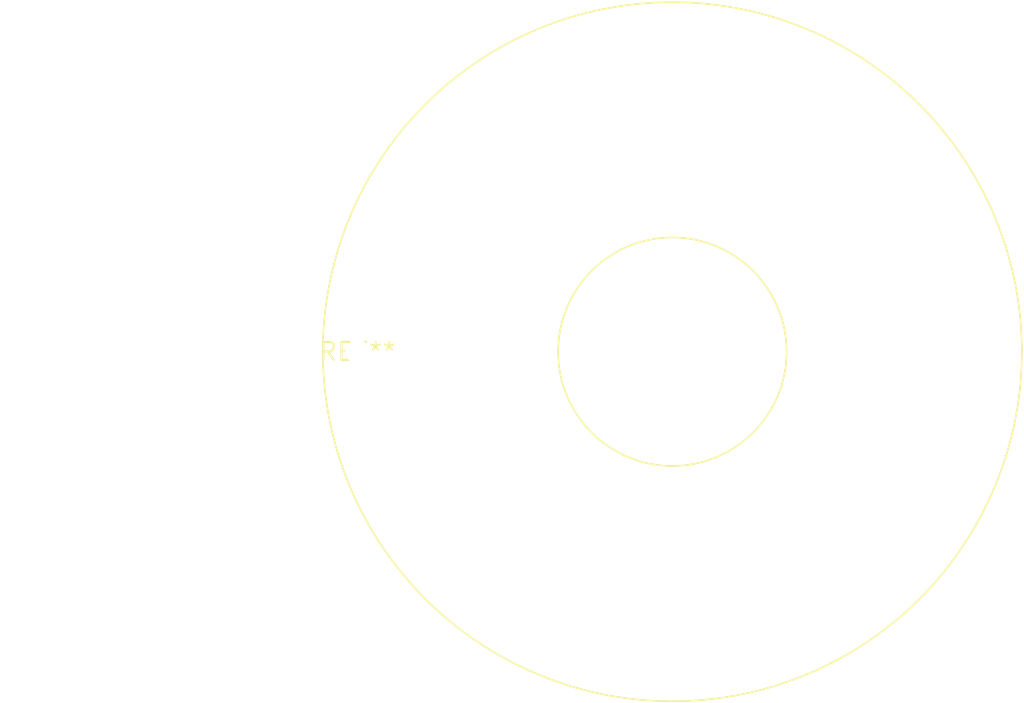
<source format=kicad_pcb>
(kicad_pcb (version 20240108) (generator pcbnew)
  (layers (0 "F.Cu" signal) (31 "B.Cu" signal) (34 "B.Paste" user) (35 "F.Paste" user) (36 "B.SilkS" user "B.Silkscreen") (37 "F.SilkS" user "F.Silkscreen") (38 "B.Mask" user) (39 "F.Mask" user) (44 "Edge.Cuts" user))
  (net 0 "")
  (footprint "L_Toroid_Horizontal_D49.3mm_P44.60mm_Vishay_TJ8" (layer "F.Cu") (at 0 0)
    (property "Reference" "REF**")
    (property "Value" "L_Toroid_Horizontal_D49.3mm_P44.60mm_Vishay_TJ8")
    (fp_circle (center 22.3 0) (end 30.396667 0) (layer "F.SilkS") (stroke (width 0.12)) (fill none))
    (fp_circle (center 22.3 0) (end 47.07 0) (layer "F.SilkS") (stroke (width 0.12)) (fill none))
    (pad "1" thru_hole circle (at 0 0) (size 3.4 3.4) (drill 1.7) (layers *.Cu *.Mask) (remove_unused_layers))
    (pad "2" thru_hole circle (at 44.6 0) (size 3.4 3.4) (drill 1.7) (layers *.Cu *.Mask) (remove_unused_layers))
  )
)
</source>
